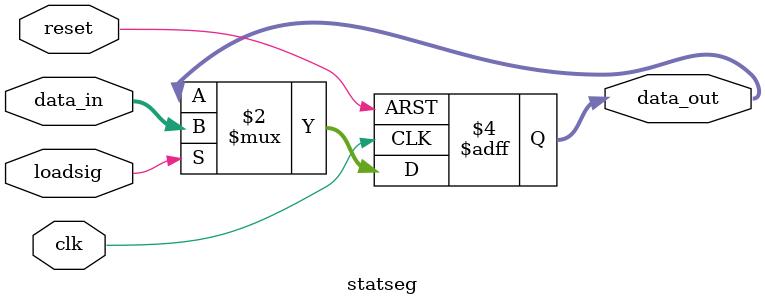
<source format=v>
module statseg (
    input clk, reset,           //clock and reset signals
    input loadsig,              //load signal
    input [19:0] data_in,       //input
    output reg [19:0] data_out  //output
);

//whenever a constant is declared in a program
//and written to memory, this register will hold its address;
//input and output both represent that memory address

//the address held here, with an offset, will be used
//by other programs to find and use numeric constants

always @(posedge clk or posedge reset) begin
    if (reset) begin
        data_out <= 20'h0;
    end else if (loadsig) begin
        data_out <= data_in;
    end
end

endmodule

</source>
